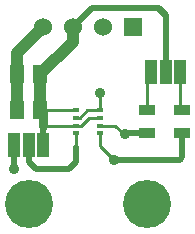
<source format=gtl>
G04 (created by PCBNEW (2013-07-07 BZR 4022)-stable) date 4/12/2015 3:28:36 PM*
%MOIN*%
G04 Gerber Fmt 3.4, Leading zero omitted, Abs format*
%FSLAX34Y34*%
G01*
G70*
G90*
G04 APERTURE LIST*
%ADD10C,0.00590551*%
%ADD11R,0.055X0.035*%
%ADD12R,0.0393701X0.0787402*%
%ADD13R,0.0512X0.059*%
%ADD14R,0.019685X0.0137795*%
%ADD15R,0.06X0.06*%
%ADD16C,0.06*%
%ADD17C,0.16*%
%ADD18C,0.035*%
%ADD19C,0.02*%
%ADD20C,0.01*%
%ADD21C,0.04*%
%ADD22C,0.03*%
G04 APERTURE END LIST*
G54D10*
G54D11*
X16929Y-11829D03*
X16929Y-12579D03*
X15748Y-11829D03*
X15748Y-12579D03*
G54D12*
X16377Y-10551D03*
X15905Y-10551D03*
X16850Y-10551D03*
X11811Y-12992D03*
X12283Y-12992D03*
X11338Y-12992D03*
G54D13*
X12186Y-11811D03*
X11436Y-11811D03*
X11436Y-10629D03*
X12186Y-10629D03*
G54D14*
X14183Y-11820D03*
X14183Y-12076D03*
X14183Y-12332D03*
X14183Y-12588D03*
X13375Y-12588D03*
X13375Y-12332D03*
X13375Y-12076D03*
X13375Y-11820D03*
G54D15*
X15279Y-9055D03*
G54D16*
X14279Y-9055D03*
X13279Y-9055D03*
X12279Y-9055D03*
G54D17*
X11811Y-14960D03*
X15748Y-14960D03*
G54D18*
X14645Y-13464D03*
X15039Y-12598D03*
X11338Y-13779D03*
X14173Y-11259D03*
G54D19*
X14645Y-13464D02*
X16850Y-13464D01*
X16850Y-13464D02*
X16929Y-13385D01*
X16929Y-13385D02*
X16929Y-12579D01*
G54D20*
X14183Y-12588D02*
X14183Y-13001D01*
X16929Y-13385D02*
X16929Y-12579D01*
X16850Y-13464D02*
X16929Y-13385D01*
X14183Y-13001D02*
X14645Y-13464D01*
G54D19*
X15748Y-12579D02*
X15058Y-12579D01*
X15058Y-12579D02*
X15039Y-12598D01*
G54D20*
X15039Y-12598D02*
X15039Y-12579D01*
X15748Y-12579D02*
X15039Y-12579D01*
X15039Y-12579D02*
X14941Y-12579D01*
X14694Y-12332D02*
X14183Y-12332D01*
X14941Y-12579D02*
X14694Y-12332D01*
G54D19*
X11338Y-12992D02*
X11338Y-13779D01*
G54D21*
X11436Y-10629D02*
X11436Y-9898D01*
X11436Y-9898D02*
X12279Y-9055D01*
X11436Y-11811D02*
X11436Y-10629D01*
G54D20*
X14183Y-11820D02*
X14183Y-11269D01*
X14183Y-11269D02*
X14173Y-11259D01*
X13375Y-12076D02*
X13513Y-12076D01*
X13769Y-11820D02*
X14183Y-11820D01*
X13513Y-12076D02*
X13769Y-11820D01*
X15748Y-11829D02*
X15748Y-10708D01*
X15748Y-10708D02*
X15905Y-10551D01*
X16850Y-10551D02*
X16850Y-11750D01*
X16850Y-11750D02*
X16929Y-11829D01*
G54D19*
X11811Y-12992D02*
X11811Y-13543D01*
G54D20*
X13375Y-13061D02*
X13375Y-12588D01*
G54D19*
X13375Y-13553D02*
X13375Y-13061D01*
X13149Y-13779D02*
X13375Y-13553D01*
X12047Y-13779D02*
X13149Y-13779D01*
X11811Y-13543D02*
X12047Y-13779D01*
X12283Y-12992D02*
X12283Y-12204D01*
X13279Y-9055D02*
X13909Y-8425D01*
X13909Y-8425D02*
X16141Y-8425D01*
X16377Y-8661D02*
X16377Y-10551D01*
X16141Y-8425D02*
X16377Y-8661D01*
G54D20*
X16377Y-10551D02*
X16377Y-8740D01*
X16062Y-8425D02*
X13909Y-8425D01*
X16377Y-8740D02*
X16062Y-8425D01*
X14183Y-12076D02*
X13828Y-12076D01*
X13572Y-12332D02*
X13375Y-12332D01*
X13828Y-12076D02*
X13572Y-12332D01*
X13375Y-12332D02*
X12283Y-12332D01*
X12283Y-12332D02*
X12283Y-12362D01*
X13375Y-11820D02*
X12195Y-11820D01*
X12195Y-11820D02*
X12186Y-11811D01*
G54D22*
X12283Y-12362D02*
X12283Y-12204D01*
X12283Y-12204D02*
X12283Y-11908D01*
X12283Y-11908D02*
X12186Y-11811D01*
G54D21*
X12186Y-10629D02*
X12186Y-11811D01*
X13279Y-9055D02*
X13279Y-9536D01*
X13279Y-9536D02*
X12186Y-10629D01*
M02*

</source>
